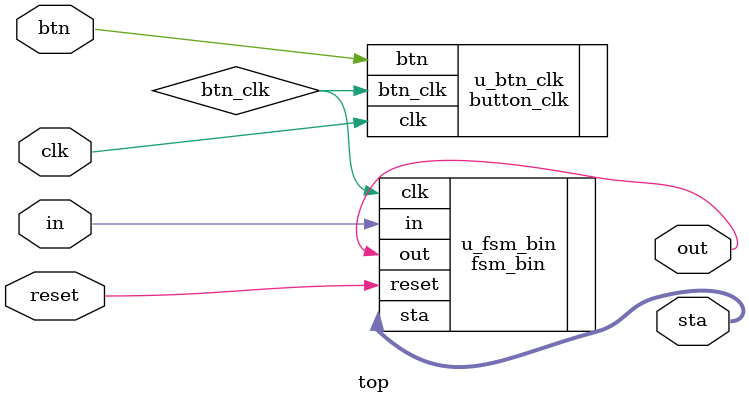
<source format=v>
module top(
    input clk,
    input reset,
    input in,
    input btn,
    output reg out,
    output reg [3:0] sta
);
    //按钮代替时钟信号的中间信号定义
    wire btn_clk;

    //按钮生成伪时钟信号
    button_clk u_btn_clk(
        .clk(clk),
        .btn(btn),
        .btn_clk(btn_clk)
    );

    //实例化fsm_bin
    fsm_bin u_fsm_bin(
        .clk(btn_clk),
        .reset(reset),
        .in(in),
        .out(out),
        .sta(sta)
    );


endmodule
</source>
